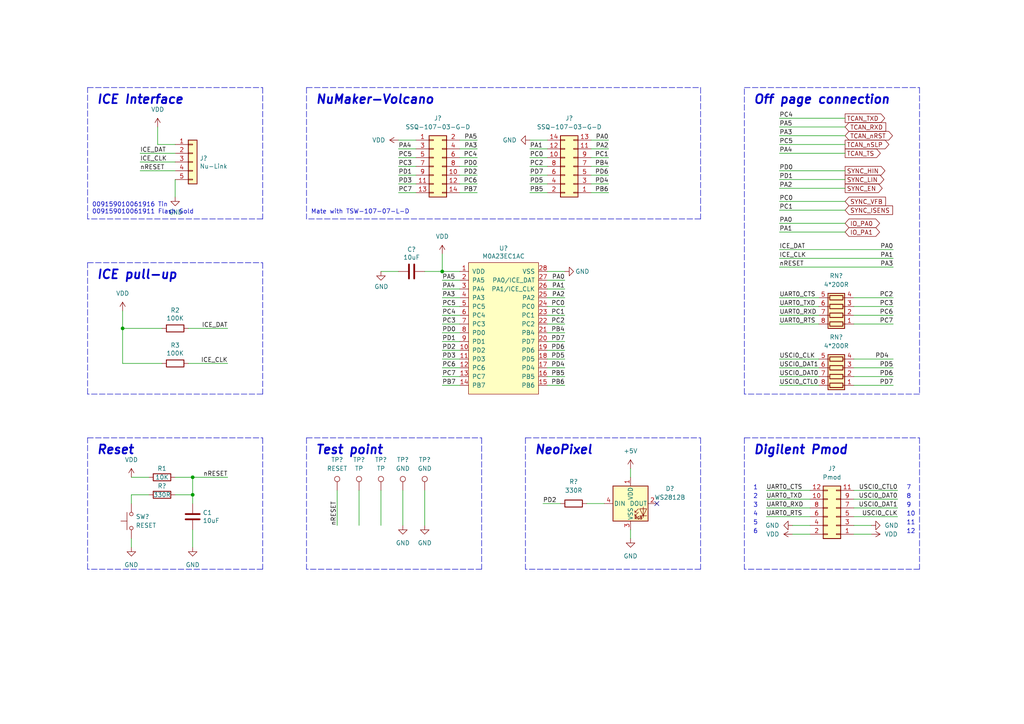
<source format=kicad_sch>
(kicad_sch (version 20211123) (generator eeschema)
  (paper "A4")
  (title_block (title "Evaluation board of ledCAN") (date "2022-09-07") (rev "0.0") (company "City Science Lab @ Taipei Tech /a cooperation with the MIT Media Lab") (comment 1 "DANCHOUZHOU") (comment 2 "https://github.com/danchouzhou") (comment 3 "danchouzhou@gmail.com"))
  (lib_symbols
    (symbol "Connector:TestPoint" (pin_numbers hide) (pin_names (offset 0.762) hide)
      (property "Reference" "TP" (at 0 6.858 0))
      (property "Value" "TestPoint" (at 0 5.08 0))
      (symbol "TestPoint_0_1"
        (circle (center 0 3.302) (radius 0.762))
      )
      (symbol "TestPoint_1_1"
        (pin passive line (at 0 0 90) (length 2.54) (name "1") (number "1"))
      )
    )
    (symbol "Connector_Generic:Conn_01x05" (pin_names (offset 1.016) hide)
      (property "Reference" "J" (at 0 7.62 0))
      (property "Value" "Conn_01x05" (at 0 -7.62 0))
      (symbol "Conn_01x05_1_1"
        (rectangle (start -1.27 -4.953) (end 0 -5.207) (stroke (width 0.1524)))
        (rectangle (start -1.27 -2.413) (end 0 -2.667) (stroke (width 0.1524)))
        (rectangle (start -1.27 0.127) (end 0 -0.127) (stroke (width 0.1524)))
        (rectangle (start -1.27 2.667) (end 0 2.413) (stroke (width 0.1524)))
        (rectangle (start -1.27 5.207) (end 0 4.953) (stroke (width 0.1524)))
        (rectangle (start -1.27 6.35) (end 1.27 -6.35) (stroke (width 0.254)) (fill (type background)))
        (pin passive line (at -5.08 5.08 0) (length 3.81) (name "Pin_1") (number "1"))
        (pin passive line (at -5.08 2.54 0) (length 3.81) (name "Pin_2") (number "2"))
        (pin passive line (at -5.08 0 0) (length 3.81) (name "Pin_3") (number "3"))
        (pin passive line (at -5.08 -2.54 0) (length 3.81) (name "Pin_4") (number "4"))
        (pin passive line (at -5.08 -5.08 0) (length 3.81) (name "Pin_5") (number "5"))
      )
    )
    (symbol "Connector_Generic:Conn_02x06_Odd_Even" (pin_names (offset 1.016) hide)
      (property "Reference" "J" (at 1.27 7.62 0))
      (property "Value" "Conn_02x06_Odd_Even" (at 1.27 -10.16 0))
      (symbol "Conn_02x06_Odd_Even_1_1"
        (rectangle (start -1.27 -7.493) (end 0 -7.747) (stroke (width 0.1524)))
        (rectangle (start -1.27 -4.953) (end 0 -5.207) (stroke (width 0.1524)))
        (rectangle (start -1.27 -2.413) (end 0 -2.667) (stroke (width 0.1524)))
        (rectangle (start -1.27 0.127) (end 0 -0.127) (stroke (width 0.1524)))
        (rectangle (start -1.27 2.667) (end 0 2.413) (stroke (width 0.1524)))
        (rectangle (start -1.27 5.207) (end 0 4.953) (stroke (width 0.1524)))
        (rectangle (start -1.27 6.35) (end 3.81 -8.89) (stroke (width 0.254)) (fill (type background)))
        (rectangle (start 3.81 -7.493) (end 2.54 -7.747) (stroke (width 0.1524)))
        (rectangle (start 3.81 -4.953) (end 2.54 -5.207) (stroke (width 0.1524)))
        (rectangle (start 3.81 -2.413) (end 2.54 -2.667) (stroke (width 0.1524)))
        (rectangle (start 3.81 0.127) (end 2.54 -0.127) (stroke (width 0.1524)))
        (rectangle (start 3.81 2.667) (end 2.54 2.413) (stroke (width 0.1524)))
        (rectangle (start 3.81 5.207) (end 2.54 4.953) (stroke (width 0.1524)))
        (pin passive line (at -5.08 5.08 0) (length 3.81) (name "Pin_1") (number "1"))
        (pin passive line (at 7.62 -5.08 180) (length 3.81) (name "Pin_10") (number "10"))
        (pin passive line (at -5.08 -7.62 0) (length 3.81) (name "Pin_11") (number "11"))
        (pin passive line (at 7.62 -7.62 180) (length 3.81) (name "Pin_12") (number "12"))
        (pin passive line (at 7.62 5.08 180) (length 3.81) (name "Pin_2") (number "2"))
        (pin passive line (at -5.08 2.54 0) (length 3.81) (name "Pin_3") (number "3"))
        (pin passive line (at 7.62 2.54 180) (length 3.81) (name "Pin_4") (number "4"))
        (pin passive line (at -5.08 0 0) (length 3.81) (name "Pin_5") (number "5"))
        (pin passive line (at 7.62 0 180) (length 3.81) (name "Pin_6") (number "6"))
        (pin passive line (at -5.08 -2.54 0) (length 3.81) (name "Pin_7") (number "7"))
        (pin passive line (at 7.62 -2.54 180) (length 3.81) (name "Pin_8") (number "8"))
        (pin passive line (at -5.08 -5.08 0) (length 3.81) (name "Pin_9") (number "9"))
      )
    )
    (symbol "Connector_Generic:Conn_02x07_Odd_Even" (pin_names (offset 1.016) hide)
      (property "Reference" "J" (at 1.27 10.16 0))
      (property "Value" "Conn_02x07_Odd_Even" (at 1.27 -10.16 0))
      (symbol "Conn_02x07_Odd_Even_1_1"
        (rectangle (start -1.27 -7.493) (end 0 -7.747) (stroke (width 0.1524)))
        (rectangle (start -1.27 -4.953) (end 0 -5.207) (stroke (width 0.1524)))
        (rectangle (start -1.27 -2.413) (end 0 -2.667) (stroke (width 0.1524)))
        (rectangle (start -1.27 0.127) (end 0 -0.127) (stroke (width 0.1524)))
        (rectangle (start -1.27 2.667) (end 0 2.413) (stroke (width 0.1524)))
        (rectangle (start -1.27 5.207) (end 0 4.953) (stroke (width 0.1524)))
        (rectangle (start -1.27 7.747) (end 0 7.493) (stroke (width 0.1524)))
        (rectangle (start -1.27 8.89) (end 3.81 -8.89) (stroke (width 0.254)) (fill (type background)))
        (rectangle (start 3.81 -7.493) (end 2.54 -7.747) (stroke (width 0.1524)))
        (rectangle (start 3.81 -4.953) (end 2.54 -5.207) (stroke (width 0.1524)))
        (rectangle (start 3.81 -2.413) (end 2.54 -2.667) (stroke (width 0.1524)))
        (rectangle (start 3.81 0.127) (end 2.54 -0.127) (stroke (width 0.1524)))
        (rectangle (start 3.81 2.667) (end 2.54 2.413) (stroke (width 0.1524)))
        (rectangle (start 3.81 5.207) (end 2.54 4.953) (stroke (width 0.1524)))
        (rectangle (start 3.81 7.747) (end 2.54 7.493) (stroke (width 0.1524)))
        (pin passive line (at -5.08 7.62 0) (length 3.81) (name "Pin_1") (number "1"))
        (pin passive line (at 7.62 -2.54 180) (length 3.81) (name "Pin_10") (number "10"))
        (pin passive line (at -5.08 -5.08 0) (length 3.81) (name "Pin_11") (number "11"))
        (pin passive line (at 7.62 -5.08 180) (length 3.81) (name "Pin_12") (number "12"))
        (pin passive line (at -5.08 -7.62 0) (length 3.81) (name "Pin_13") (number "13"))
        (pin passive line (at 7.62 -7.62 180) (length 3.81) (name "Pin_14") (number "14"))
        (pin passive line (at 7.62 7.62 180) (length 3.81) (name "Pin_2") (number "2"))
        (pin passive line (at -5.08 5.08 0) (length 3.81) (name "Pin_3") (number "3"))
        (pin passive line (at 7.62 5.08 180) (length 3.81) (name "Pin_4") (number "4"))
        (pin passive line (at -5.08 2.54 0) (length 3.81) (name "Pin_5") (number "5"))
        (pin passive line (at 7.62 2.54 180) (length 3.81) (name "Pin_6") (number "6"))
        (pin passive line (at -5.08 0 0) (length 3.81) (name "Pin_7") (number "7"))
        (pin passive line (at 7.62 0 180) (length 3.81) (name "Pin_8") (number "8"))
        (pin passive line (at -5.08 -2.54 0) (length 3.81) (name "Pin_9") (number "9"))
      )
    )
    (symbol "Device:C" (pin_numbers hide) (pin_names (offset 0.254))
      (property "Reference" "C" (at 0.635 2.54 0))
      (property "Value" "C" (at 0.635 -2.54 0))
      (symbol "C_0_1"
        (polyline (pts (xy -2.032 -0.762) (xy 2.032 -0.762)) (stroke (width 0.508)))
        (polyline (pts (xy -2.032 0.762) (xy 2.032 0.762)) (stroke (width 0.508)))
      )
      (symbol "C_1_1"
        (pin passive line (at 0 3.81 270) (length 2.794) (name "~") (number "1"))
        (pin passive line (at 0 -3.81 90) (length 2.794) (name "~") (number "2"))
      )
    )
    (symbol "Device:R" (pin_numbers hide) (pin_names (offset 0))
      (property "Reference" "R" (at 2.032 0 90))
      (property "Value" "R" (at 0 0 90))
      (symbol "R_0_1"
        (rectangle (start -1.016 -2.54) (end 1.016 2.54) (stroke (width 0.254)))
      )
      (symbol "R_1_1"
        (pin passive line (at 0 3.81 270) (length 1.27) (name "~") (number "1"))
        (pin passive line (at 0 -3.81 90) (length 1.27) (name "~") (number "2"))
      )
    )
    (symbol "Device:R_Pack04" (pin_names (offset 0) hide)
      (property "Reference" "RN" (at -7.62 0 90))
      (property "Value" "R_Pack04" (at 5.08 0 90))
      (symbol "R_Pack04_0_1"
        (rectangle (start -6.35 -2.413) (end 3.81 2.413) (stroke (width 0.254)) (fill (type background)))
        (rectangle (start -5.715 1.905) (end -4.445 -1.905) (stroke (width 0.254)))
        (rectangle (start -3.175 1.905) (end -1.905 -1.905) (stroke (width 0.254)))
        (rectangle (start -0.635 1.905) (end 0.635 -1.905) (stroke (width 0.254)))
        (polyline (pts (xy -5.08 -2.54) (xy -5.08 -1.905)))
        (polyline (pts (xy -5.08 1.905) (xy -5.08 2.54)))
        (polyline (pts (xy -2.54 -2.54) (xy -2.54 -1.905)))
        (polyline (pts (xy -2.54 1.905) (xy -2.54 2.54)))
        (polyline (pts (xy 0 -2.54) (xy 0 -1.905)))
        (polyline (pts (xy 0 1.905) (xy 0 2.54)))
        (polyline (pts (xy 2.54 -2.54) (xy 2.54 -1.905)))
        (polyline (pts (xy 2.54 1.905) (xy 2.54 2.54)))
        (rectangle (start 1.905 1.905) (end 3.175 -1.905) (stroke (width 0.254)))
      )
      (symbol "R_Pack04_1_1"
        (pin passive line (at -5.08 -5.08 90) (length 2.54) (name "R1.1") (number "1"))
        (pin passive line (at -2.54 -5.08 90) (length 2.54) (name "R2.1") (number "2"))
        (pin passive line (at 0 -5.08 90) (length 2.54) (name "R3.1") (number "3"))
        (pin passive line (at 2.54 -5.08 90) (length 2.54) (name "R4.1") (number "4"))
        (pin passive line (at 2.54 5.08 270) (length 2.54) (name "R4.2") (number "5"))
        (pin passive line (at 0 5.08 270) (length 2.54) (name "R3.2") (number "6"))
        (pin passive line (at -2.54 5.08 270) (length 2.54) (name "R2.2") (number "7"))
        (pin passive line (at -5.08 5.08 270) (length 2.54) (name "R1.2") (number "8"))
      )
    )
    (symbol "LED:WS2812B" (pin_names (offset 0.254))
      (property "Reference" "D" (at 5.08 5.715 0))
      (property "Value" "WS2812B" (at 1.27 -5.715 0))
      (symbol "WS2812B_0_0"
        (text "RGB" (at 2.286 -4.191 0) (effects (font (size 0.762 0.762))))
      )
      (symbol "WS2812B_0_1"
        (polyline (pts (xy 1.27 -3.556) (xy 1.778 -3.556)))
        (polyline (pts (xy 1.27 -2.54) (xy 1.778 -2.54)))
        (polyline (pts (xy 4.699 -3.556) (xy 2.667 -3.556)))
        (polyline (pts (xy 2.286 -2.54) (xy 1.27 -3.556) (xy 1.27 -3.048)))
        (polyline (pts (xy 2.286 -1.524) (xy 1.27 -2.54) (xy 1.27 -2.032)))
        (polyline (pts (xy 3.683 -1.016) (xy 3.683 -3.556) (xy 3.683 -4.064)))
        (polyline (pts (xy 4.699 -1.524) (xy 2.667 -1.524) (xy 3.683 -3.556) (xy 4.699 -1.524)))
        (rectangle (start 5.08 5.08) (end -5.08 -5.08) (stroke (width 0.254)) (fill (type background)))
      )
      (symbol "WS2812B_1_1"
        (pin power_in line (at 0 7.62 270) (length 2.54) (name "VDD") (number "1"))
        (pin output line (at 7.62 0 180) (length 2.54) (name "DOUT") (number "2"))
        (pin power_in line (at 0 -7.62 90) (length 2.54) (name "VSS") (number "3"))
        (pin input line (at -7.62 0 0) (length 2.54) (name "DIN") (number "4"))
      )
    )
    (symbol "M0A21:M0A23EC1AC" (pin_names (offset 1.016))
      (property "Reference" "U" (at 0 22.86 0))
      (property "Value" "M0A23EC1AC" (at 0 20.32 0))
      (symbol "M0A23EC1AC_0_1"
        (rectangle (start -10.16 19.05) (end 10.16 -19.05) (fill (type background)))
      )
      (symbol "M0A23EC1AC_1_1"
        (pin power_in line (at -12.7 16.51 0) (length 2.54) (name "VDD") (number "1"))
        (pin bidirectional line (at -12.7 -6.35 0) (length 2.54) (name "PD2") (number "10"))
        (pin bidirectional line (at -12.7 -8.89 0) (length 2.54) (name "PD3") (number "11"))
        (pin bidirectional line (at -12.7 -11.43 0) (length 2.54) (name "PC6") (number "12"))
        (pin bidirectional line (at -12.7 -13.97 0) (length 2.54) (name "PC7") (number "13"))
        (pin bidirectional line (at -12.7 -16.51 0) (length 2.54) (name "PB7") (number "14"))
        (pin bidirectional line (at 12.7 -16.51 180) (length 2.54) (name "PB6") (number "15"))
        (pin bidirectional line (at 12.7 -13.97 180) (length 2.54) (name "PB5") (number "16"))
        (pin bidirectional line (at 12.7 -11.43 180) (length 2.54) (name "PD4") (number "17"))
        (pin bidirectional line (at 12.7 -8.89 180) (length 2.54) (name "PD5") (number "18"))
        (pin bidirectional line (at 12.7 -6.35 180) (length 2.54) (name "PD6") (number "19"))
        (pin bidirectional line (at -12.7 13.97 0) (length 2.54) (name "PA5") (number "2"))
        (pin bidirectional line (at 12.7 -3.81 180) (length 2.54) (name "PD7") (number "20"))
        (pin bidirectional line (at 12.7 -1.27 180) (length 2.54) (name "PB4") (number "21"))
        (pin bidirectional line (at 12.7 1.27 180) (length 2.54) (name "PC2") (number "22"))
        (pin bidirectional line (at 12.7 3.81 180) (length 2.54) (name "PC1") (number "23"))
        (pin bidirectional line (at 12.7 6.35 180) (length 2.54) (name "PC0") (number "24"))
        (pin bidirectional line (at 12.7 8.89 180) (length 2.54) (name "PA2") (number "25"))
        (pin bidirectional line (at 12.7 11.43 180) (length 2.54) (name "PA1/ICE_CLK") (number "26"))
        (pin bidirectional line (at 12.7 13.97 180) (length 2.54) (name "PA0/ICE_DAT") (number "27"))
        (pin power_in line (at 12.7 16.51 180) (length 2.54) (name "VSS") (number "28"))
        (pin bidirectional line (at -12.7 11.43 0) (length 2.54) (name "PA4") (number "3"))
        (pin bidirectional line (at -12.7 8.89 0) (length 2.54) (name "PA3") (number "4"))
        (pin bidirectional line (at -12.7 6.35 0) (length 2.54) (name "PC5") (number "5"))
        (pin bidirectional line (at -12.7 3.81 0) (length 2.54) (name "PC4") (number "6"))
        (pin bidirectional line (at -12.7 1.27 0) (length 2.54) (name "PC3") (number "7"))
        (pin bidirectional line (at -12.7 -1.27 0) (length 2.54) (name "PD0") (number "8"))
        (pin bidirectional line (at -12.7 -3.81 0) (length 2.54) (name "PD1") (number "9"))
      )
    )
    (symbol "Switch:SW_Push" (pin_numbers hide) (pin_names (offset 1.016) hide)
      (property "Reference" "SW" (at 1.27 2.54 0))
      (property "Value" "SW_Push" (at 0 -1.524 0))
      (symbol "SW_Push_0_1"
        (circle (center -2.032 0) (radius 0.508))
        (polyline (pts (xy 0 1.27) (xy 0 3.048)))
        (polyline (pts (xy 2.54 1.27) (xy -2.54 1.27)))
        (circle (center 2.032 0) (radius 0.508))
        (pin passive line (at -5.08 0 0) (length 2.54) (name "1") (number "1"))
        (pin passive line (at 5.08 0 180) (length 2.54) (name "2") (number "2"))
      )
    )
    (symbol "power:+5V" (power) (pin_names (offset 0))
      (property "Value" "+5V" (at 0 3.556 0))
      (symbol "+5V_0_1"
        (polyline (pts (xy -0.762 1.27) (xy 0 2.54)))
        (polyline (pts (xy 0 0) (xy 0 2.54)))
        (polyline (pts (xy 0 2.54) (xy 0.762 1.27)))
      )
      (symbol "+5V_1_1"
        (pin power_in line (at 0 0 90) (length 0) hide (name "+5V") (number "1"))
      )
    )
    (symbol "power:GND" (power) (pin_names (offset 0))
      (property "Value" "GND" (at 0 -3.81 0))
      (symbol "GND_0_1"
        (polyline (pts (xy 0 0) (xy 0 -1.27) (xy 1.27 -1.27) (xy 0 -2.54) (xy -1.27 -1.27) (xy 0 -1.27)))
      )
      (symbol "GND_1_1"
        (pin power_in line (at 0 0 270) (length 0) hide (name "GND") (number "1"))
      )
    )
    (symbol "power:VDD" (power) (pin_names (offset 0))
      (property "Value" "VDD" (at 0 3.81 0))
      (symbol "VDD_0_1"
        (polyline (pts (xy -0.762 1.27) (xy 0 2.54)))
        (polyline (pts (xy 0 0) (xy 0 2.54)))
        (polyline (pts (xy 0 2.54) (xy 0.762 1.27)))
      )
      (symbol "VDD_1_1"
        (pin power_in line (at 0 0 90) (length 0) hide (name "VDD") (number "1"))
      )
    )
  )
  (junction (at 35.56 95.25))
  (junction (at 128.27 78.74))
  (junction (at 55.88 138.43))
  (junction (at 55.88 143.51))
  (no_connect (at 190.5 146.05))
  (wire (pts (xy 222.25 147.32) (xy 234.95 147.32)))
  (wire (pts (xy 176.53 48.26) (xy 171.45 48.26)))
  (wire (pts (xy 226.06 111.76) (xy 237.49 111.76)))
  (polyline (pts (xy 88.9 127) (xy 139.7 127)))
  (wire (pts (xy 163.83 109.22) (xy 158.75 109.22)))
  (wire (pts (xy 247.65 86.36) (xy 259.08 86.36)))
  (wire (pts (xy 35.56 105.41) (xy 46.99 105.41)))
  (wire (pts (xy 128.27 99.06) (xy 133.35 99.06)))
  (wire (pts (xy 110.49 142.24) (xy 110.49 152.4)))
  (wire (pts (xy 222.25 144.78) (xy 234.95 144.78)))
  (wire (pts (xy 123.19 142.24) (xy 123.19 152.4)))
  (wire (pts (xy 163.83 99.06) (xy 158.75 99.06)))
  (polyline (pts (xy 76.2 114.3) (xy 25.4 114.3)))
  (wire (pts (xy 226.06 93.98) (xy 237.49 93.98)))
  (wire (pts (xy 138.43 45.72) (xy 133.35 45.72)))
  (wire (pts (xy 226.06 52.07) (xy 245.11 52.07)))
  (wire (pts (xy 115.57 50.8) (xy 120.65 50.8)))
  (polyline (pts (xy 203.2 63.5) (xy 88.9 63.5)))
  (wire (pts (xy 247.65 93.98) (xy 259.08 93.98)))
  (wire (pts (xy 163.83 86.36) (xy 158.75 86.36)))
  (polyline (pts (xy 215.9 127) (xy 215.9 165.1)))
  (wire (pts (xy 115.57 43.18) (xy 120.65 43.18)))
  (wire (pts (xy 128.27 78.74) (xy 128.27 73.66)))
  (wire (pts (xy 163.83 91.44) (xy 158.75 91.44)))
  (wire (pts (xy 226.06 67.31) (xy 245.11 67.31)))
  (wire (pts (xy 247.65 104.14) (xy 259.08 104.14)))
  (wire (pts (xy 138.43 40.64) (xy 133.35 40.64)))
  (wire (pts (xy 153.67 50.8) (xy 158.75 50.8)))
  (polyline (pts (xy 266.7 127) (xy 266.7 165.1)))
  (polyline (pts (xy 76.2 76.2) (xy 76.2 114.3)))
  (wire (pts (xy 128.27 83.82) (xy 133.35 83.82)))
  (wire (pts (xy 115.57 53.34) (xy 120.65 53.34)))
  (polyline (pts (xy 25.4 127) (xy 76.2 127)))
  (polyline (pts (xy 266.7 25.4) (xy 266.7 114.3)))
  (wire (pts (xy 153.67 48.26) (xy 158.75 48.26)))
  (wire (pts (xy 138.43 55.88) (xy 133.35 55.88)))
  (wire (pts (xy 38.1 138.43) (xy 43.18 138.43)))
  (wire (pts (xy 176.53 55.88) (xy 171.45 55.88)))
  (wire (pts (xy 226.06 49.53) (xy 245.11 49.53)))
  (wire (pts (xy 163.83 106.68) (xy 158.75 106.68)))
  (wire (pts (xy 247.65 144.78) (xy 260.35 144.78)))
  (polyline (pts (xy 215.9 25.4) (xy 266.7 25.4)))
  (wire (pts (xy 247.65 149.86) (xy 260.35 149.86)))
  (wire (pts (xy 50.8 41.91) (xy 45.72 41.91)))
  (wire (pts (xy 247.65 154.94) (xy 252.73 154.94)))
  (polyline (pts (xy 25.4 114.3) (xy 25.4 76.2)))
  (wire (pts (xy 55.88 143.51) (xy 55.88 138.43)))
  (polyline (pts (xy 139.7 165.1) (xy 88.9 165.1)))
  (wire (pts (xy 138.43 50.8) (xy 133.35 50.8)))
  (wire (pts (xy 66.04 105.41) (xy 54.61 105.41)))
  (wire (pts (xy 153.67 55.88) (xy 158.75 55.88)))
  (wire (pts (xy 138.43 53.34) (xy 133.35 53.34)))
  (wire (pts (xy 157.48 146.05) (xy 162.56 146.05)))
  (wire (pts (xy 247.65 109.22) (xy 259.08 109.22)))
  (wire (pts (xy 40.64 49.53) (xy 50.8 49.53)))
  (wire (pts (xy 222.25 142.24) (xy 234.95 142.24)))
  (wire (pts (xy 226.06 41.91) (xy 245.11 41.91)))
  (polyline (pts (xy 25.4 63.5) (xy 25.4 25.4)))
  (polyline (pts (xy 76.2 127) (xy 76.2 165.1)))
  (polyline (pts (xy 152.4 127) (xy 152.4 165.1)))
  (wire (pts (xy 153.67 45.72) (xy 158.75 45.72)))
  (wire (pts (xy 128.27 109.22) (xy 133.35 109.22)))
  (wire (pts (xy 229.87 154.94) (xy 234.95 154.94)))
  (polyline (pts (xy 215.9 114.3) (xy 215.9 25.4)))
  (wire (pts (xy 176.53 45.72) (xy 171.45 45.72)))
  (wire (pts (xy 128.27 93.98) (xy 133.35 93.98)))
  (wire (pts (xy 128.27 91.44) (xy 133.35 91.44)))
  (wire (pts (xy 104.14 142.24) (xy 104.14 152.4)))
  (wire (pts (xy 182.88 135.89) (xy 182.88 138.43)))
  (wire (pts (xy 115.57 55.88) (xy 120.65 55.88)))
  (wire (pts (xy 120.65 40.64) (xy 115.57 40.64)))
  (wire (pts (xy 163.83 111.76) (xy 158.75 111.76)))
  (wire (pts (xy 226.06 54.61) (xy 245.11 54.61)))
  (wire (pts (xy 226.06 86.36) (xy 237.49 86.36)))
  (polyline (pts (xy 25.4 165.1) (xy 25.4 127)))
  (wire (pts (xy 45.72 41.91) (xy 45.72 36.83)))
  (wire (pts (xy 247.65 88.9) (xy 259.08 88.9)))
  (polyline (pts (xy 25.4 76.2) (xy 76.2 76.2)))
  (wire (pts (xy 128.27 81.28) (xy 133.35 81.28)))
  (wire (pts (xy 138.43 48.26) (xy 133.35 48.26)))
  (polyline (pts (xy 203.2 25.4) (xy 203.2 63.5)))
  (wire (pts (xy 38.1 143.51) (xy 38.1 146.05)))
  (polyline (pts (xy 76.2 25.4) (xy 76.2 63.5)))
  (polyline (pts (xy 76.2 63.5) (xy 25.4 63.5)))
  (wire (pts (xy 226.06 106.68) (xy 237.49 106.68)))
  (polyline (pts (xy 76.2 165.1) (xy 25.4 165.1)))
  (wire (pts (xy 128.27 106.68) (xy 133.35 106.68)))
  (wire (pts (xy 163.83 78.74) (xy 158.75 78.74)))
  (wire (pts (xy 176.53 40.64) (xy 171.45 40.64)))
  (wire (pts (xy 226.06 91.44) (xy 237.49 91.44)))
  (wire (pts (xy 226.06 39.37) (xy 245.11 39.37)))
  (wire (pts (xy 128.27 111.76) (xy 133.35 111.76)))
  (wire (pts (xy 128.27 88.9) (xy 133.35 88.9)))
  (wire (pts (xy 226.06 74.93) (xy 259.08 74.93)))
  (wire (pts (xy 229.87 152.4) (xy 234.95 152.4)))
  (wire (pts (xy 55.88 138.43) (xy 66.04 138.43)))
  (wire (pts (xy 226.06 72.39) (xy 259.08 72.39)))
  (wire (pts (xy 128.27 86.36) (xy 133.35 86.36)))
  (wire (pts (xy 247.65 106.68) (xy 259.08 106.68)))
  (wire (pts (xy 128.27 101.6) (xy 133.35 101.6)))
  (polyline (pts (xy 88.9 25.4) (xy 88.9 63.5)))
  (wire (pts (xy 226.06 88.9) (xy 237.49 88.9)))
  (wire (pts (xy 226.06 58.42) (xy 245.11 58.42)))
  (wire (pts (xy 123.19 78.74) (xy 128.27 78.74)))
  (wire (pts (xy 128.27 96.52) (xy 133.35 96.52)))
  (wire (pts (xy 128.27 104.14) (xy 133.35 104.14)))
  (wire (pts (xy 163.83 104.14) (xy 158.75 104.14)))
  (polyline (pts (xy 139.7 127) (xy 139.7 165.1)))
  (wire (pts (xy 163.83 88.9) (xy 158.75 88.9)))
  (wire (pts (xy 247.65 147.32) (xy 260.35 147.32)))
  (wire (pts (xy 128.27 78.74) (xy 133.35 78.74)))
  (wire (pts (xy 176.53 43.18) (xy 171.45 43.18)))
  (wire (pts (xy 226.06 77.47) (xy 259.08 77.47)))
  (wire (pts (xy 115.57 48.26) (xy 120.65 48.26)))
  (wire (pts (xy 55.88 158.75) (xy 55.88 153.67)))
  (polyline (pts (xy 203.2 127) (xy 203.2 165.1)))
  (polyline (pts (xy 152.4 127) (xy 203.2 127)))
  (wire (pts (xy 50.8 138.43) (xy 55.88 138.43)))
  (wire (pts (xy 222.25 149.86) (xy 234.95 149.86)))
  (polyline (pts (xy 25.4 25.4) (xy 76.2 25.4)))
  (wire (pts (xy 163.83 81.28) (xy 158.75 81.28)))
  (polyline (pts (xy 215.9 127) (xy 266.7 127)))
  (wire (pts (xy 153.67 43.18) (xy 158.75 43.18)))
  (wire (pts (xy 226.06 44.45) (xy 245.11 44.45)))
  (wire (pts (xy 163.83 101.6) (xy 158.75 101.6)))
  (wire (pts (xy 226.06 109.22) (xy 237.49 109.22)))
  (wire (pts (xy 43.18 143.51) (xy 38.1 143.51)))
  (wire (pts (xy 40.64 46.99) (xy 50.8 46.99)))
  (wire (pts (xy 110.49 78.74) (xy 115.57 78.74)))
  (wire (pts (xy 176.53 50.8) (xy 171.45 50.8)))
  (wire (pts (xy 116.84 142.24) (xy 116.84 152.4)))
  (wire (pts (xy 182.88 153.67) (xy 182.88 156.21)))
  (wire (pts (xy 35.56 95.25) (xy 35.56 105.41)))
  (wire (pts (xy 176.53 53.34) (xy 171.45 53.34)))
  (wire (pts (xy 50.8 52.07) (xy 50.8 57.15)))
  (polyline (pts (xy 266.7 114.3) (xy 215.9 114.3)))
  (wire (pts (xy 163.83 96.52) (xy 158.75 96.52)))
  (wire (pts (xy 170.18 146.05) (xy 175.26 146.05)))
  (wire (pts (xy 138.43 43.18) (xy 133.35 43.18)))
  (wire (pts (xy 247.65 152.4) (xy 252.73 152.4)))
  (wire (pts (xy 153.67 53.34) (xy 158.75 53.34)))
  (wire (pts (xy 50.8 44.45) (xy 40.64 44.45)))
  (polyline (pts (xy 266.7 165.1) (xy 215.9 165.1)))
  (wire (pts (xy 247.65 142.24) (xy 260.35 142.24)))
  (wire (pts (xy 226.06 36.83) (xy 245.11 36.83)))
  (wire (pts (xy 35.56 95.25) (xy 46.99 95.25)))
  (wire (pts (xy 226.06 34.29) (xy 245.11 34.29)))
  (wire (pts (xy 66.04 95.25) (xy 54.61 95.25)))
  (wire (pts (xy 35.56 90.17) (xy 35.56 95.25)))
  (wire (pts (xy 50.8 143.51) (xy 55.88 143.51)))
  (wire (pts (xy 163.83 83.82) (xy 158.75 83.82)))
  (wire (pts (xy 226.06 64.77) (xy 245.11 64.77)))
  (polyline (pts (xy 88.9 127) (xy 88.9 165.1)))
  (wire (pts (xy 247.65 111.76) (xy 259.08 111.76)))
  (wire (pts (xy 115.57 45.72) (xy 120.65 45.72)))
  (wire (pts (xy 163.83 93.98) (xy 158.75 93.98)))
  (wire (pts (xy 55.88 143.51) (xy 55.88 146.05)))
  (wire (pts (xy 226.06 60.96) (xy 245.11 60.96)))
  (wire (pts (xy 226.06 104.14) (xy 237.49 104.14)))
  (wire (pts (xy 247.65 91.44) (xy 259.08 91.44)))
  (wire (pts (xy 158.75 40.64) (xy 153.67 40.64)))
  (polyline (pts (xy 88.9 25.4) (xy 203.2 25.4)))
  (polyline (pts (xy 203.2 165.1) (xy 152.4 165.1)))
  (wire (pts (xy 97.79 142.24) (xy 97.79 152.4)))
  (wire (pts (xy 38.1 156.21) (xy 38.1 158.75)))
  (text "ICE Interface" (at 27.94 30.48 0) (effects (font (size 2.54 2.54) (thickness 0.508) bold italic) (justify left bottom)))
  (text "5" (at 218.44 152.4 0) (effects (font (size 1.27 1.27)) (justify left bottom)))
  (text "7" (at 262.89 142.24 0) (effects (font (size 1.27 1.27)) (justify left bottom)))
  (text "2" (at 218.44 144.78 0) (effects (font (size 1.27 1.27)) (justify left bottom)))
  (text "NeoPixel" (at 154.94 132.08 0) (effects (font (size 2.54 2.54) (thickness 0.508) bold italic) (justify left bottom)))
  (text "Test point" (at 91.44 132.08 0) (effects (font (size 2.54 2.54) (thickness 0.508) bold italic) (justify left bottom)))
  (text "9" (at 262.89 147.32 0) (effects (font (size 1.27 1.27)) (justify left bottom)))
  (text "Mate with TSW-107-07-L-D" (at 90.17 62.23 0) (effects (font (size 1.27 1.27)) (justify left bottom)))
  (text "Off page connection" (at 218.44 30.48 0) (effects (font (size 2.54 2.54) (thickness 0.508) bold italic) (justify left bottom)))
  (text "Digilent Pmod" (at 218.44 132.08 0) (effects (font (size 2.54 2.54) (thickness 0.508) bold italic) (justify left bottom)))
  (text "3" (at 218.44 147.32 0) (effects (font (size 1.27 1.27)) (justify left bottom)))
  (text "8" (at 262.89 144.78 0) (effects (font (size 1.27 1.27)) (justify left bottom)))
  (text "009159010061916 Tin\n009159010061911 Flash Gold" (at 26.67 62.23 0) (effects (font (size 1.27 1.27)) (justify left bottom)))
  (text "12" (at 262.89 154.94 0) (effects (font (size 1.27 1.27)) (justify left bottom)))
  (text "11" (at 262.89 152.4 0) (effects (font (size 1.27 1.27)) (justify left bottom)))
  (text "1" (at 218.44 142.24 0) (effects (font (size 1.27 1.27)) (justify left bottom)))
  (text "4" (at 218.44 149.86 0) (effects (font (size 1.27 1.27)) (justify left bottom)))
  (text "10" (at 262.89 149.86 0) (effects (font (size 1.27 1.27)) (justify left bottom)))
  (text "6" (at 218.44 154.94 0) (effects (font (size 1.27 1.27)) (justify left bottom)))
  (text "NuMaker-Volcano" (at 91.44 30.48 0) (effects (font (size 2.54 2.54) (thickness 0.508) bold italic) (justify left bottom)))
  (text "ICE pull-up" (at 27.94 81.28 0) (effects (font (size 2.54 2.54) (thickness 0.508) bold italic) (justify left bottom)))
  (text "Reset" (at 27.94 132.08 0) (effects (font (size 2.54 2.54) (thickness 0.508) bold italic) (justify left bottom)))
  (label "PC1" (at 163.83 91.44 180))
  (label "PA2" (at 176.53 43.18 180))
  (label "USCI0_CLK" (at 260.35 149.86 180))
  (label "UART0_RXD" (at 222.25 147.32 0))
  (label "PD5" (at 153.67 53.34 0))
  (label "PD5" (at 259.08 106.68 180))
  (label "PD7" (at 163.83 99.06 180))
  (label "PB4" (at 176.53 48.26 180))
  (label "USCI0_DAT0" (at 260.35 144.78 180))
  (label "PD4" (at 163.83 106.68 180))
  (label "PC1" (at 176.53 45.72 180))
  (label "PC2" (at 259.08 86.36 180))
  (label "PC5" (at 115.57 45.72 0))
  (label "PC7" (at 259.08 93.98 180))
  (label "PA1" (at 163.83 83.82 180))
  (label "ICE_DAT" (at 226.06 72.39 0))
  (label "PD4" (at 176.53 53.34 180))
  (label "PA0" (at 163.83 81.28 180))
  (label "PD5" (at 163.83 104.14 180))
  (label "PC3" (at 259.08 88.9 180))
  (label "PC5" (at 226.06 41.91 0))
  (label "ICE_CLK" (at 226.06 74.93 0))
  (label "PC4" (at 128.27 91.44 0))
  (label "PA0" (at 226.06 64.77 0))
  (label "PA1" (at 259.08 74.93 180))
  (label "PB6" (at 176.53 55.88 180))
  (label "PD7" (at 153.67 50.8 0))
  (label "USCI0_DAT1" (at 260.35 147.32 180))
  (label "PC0" (at 153.67 45.72 0))
  (label "PD0" (at 226.06 49.53 0))
  (label "PC2" (at 163.83 93.98 180))
  (label "PD1" (at 226.06 52.07 0))
  (label "PD3" (at 128.27 104.14 0))
  (label "PA0" (at 176.53 40.64 180))
  (label "nRESET" (at 226.06 77.47 0))
  (label "PA5" (at 128.27 81.28 0))
  (label "PD2" (at 157.48 146.05 0))
  (label "PA1" (at 153.67 43.18 0))
  (label "UART0_RTS" (at 226.06 93.98 0))
  (label "PC7" (at 128.27 109.22 0))
  (label "PA3" (at 138.43 43.18 180))
  (label "UART0_TXD" (at 226.06 88.9 0))
  (label "ICE_CLK" (at 40.64 46.99 0))
  (label "PA5" (at 138.43 40.64 180))
  (label "PD2" (at 128.27 101.6 0))
  (label "PB6" (at 163.83 111.76 180))
  (label "UART0_RTS" (at 222.25 149.86 0))
  (label "nRESET" (at 97.79 152.4 90))
  (label "PA3" (at 226.06 39.37 0))
  (label "PD3" (at 115.57 53.34 0))
  (label "PD4" (at 257.81 104.14 180))
  (label "PB5" (at 163.83 109.22 180))
  (label "PC3" (at 128.27 93.98 0))
  (label "PD7" (at 259.08 111.76 180))
  (label "PC6" (at 259.08 91.44 180))
  (label "USCI0_CTL0" (at 260.35 142.24 180))
  (label "PB5" (at 153.67 55.88 0))
  (label "PA1" (at 226.06 67.31 0))
  (label "PD0" (at 138.43 48.26 180))
  (label "USCI0_DAT1" (at 226.06 106.68 0))
  (label "PD6" (at 176.53 50.8 180))
  (label "ICE_DAT" (at 66.04 95.25 180))
  (label "PB7" (at 138.43 55.88 180))
  (label "PD2" (at 138.43 50.8 180))
  (label "PB4" (at 163.83 96.52 180))
  (label "PB7" (at 128.27 111.76 0))
  (label "PC4" (at 226.06 34.29 0))
  (label "PA3" (at 259.08 77.47 180))
  (label "PA4" (at 226.06 44.45 0))
  (label "USCI0_CLK" (at 226.06 104.14 0))
  (label "UART0_TXD" (at 222.25 144.78 0))
  (label "PC4" (at 138.43 45.72 180))
  (label "PC5" (at 128.27 88.9 0))
  (label "UART0_CTS" (at 222.25 142.24 0))
  (label "PA2" (at 226.06 54.61 0))
  (label "PC7" (at 115.57 55.88 0))
  (label "PC6" (at 138.43 53.34 180))
  (label "UART0_CTS" (at 226.06 86.36 0))
  (label "PD1" (at 128.27 99.06 0))
  (label "PA5" (at 226.06 36.83 0))
  (label "PA2" (at 163.83 86.36 180))
  (label "PC3" (at 115.57 48.26 0))
  (label "nRESET" (at 40.64 49.53 0))
  (label "PA4" (at 115.57 43.18 0))
  (label "PA3" (at 128.27 86.36 0))
  (label "PC2" (at 153.67 48.26 0))
  (label "USCI0_CTL0" (at 226.06 111.76 0))
  (label "USCI0_DAT0" (at 226.06 109.22 0))
  (label "PD6" (at 259.08 109.22 180))
  (label "PD6" (at 163.83 101.6 180))
  (label "PC0" (at 163.83 88.9 180))
  (label "PC6" (at 128.27 106.68 0))
  (label "PA0" (at 259.08 72.39 180))
  (label "PC1" (at 226.06 60.96 0))
  (label "PC0" (at 226.06 58.42 0))
  (label "PD0" (at 128.27 96.52 0))
  (label "nRESET" (at 66.04 138.43 180))
  (label "PD1" (at 115.57 50.8 0))
  (label "PA4" (at 128.27 83.82 0))
  (label "ICE_DAT" (at 40.64 44.45 0))
  (label "UART0_RXD" (at 226.06 91.44 0))
  (label "ICE_CLK" (at 66.04 105.41 180))
  (global_label "SYNC_ISENS" (shape input) (at 245.11 60.96 0) (property "Intersheet References" "${INTERSHEET_REFS}" (effects hide)))
  (global_label "IO_PA0" (shape bidirectional) (at 245.11 64.77 0) (property "Intersheet References" "${INTERSHEET_REFS}" (effects hide)))
  (global_label "TCAN_RXD" (shape input) (at 245.11 36.83 0) (property "Intersheet References" "${INTERSHEET_REFS}" (effects hide)))
  (global_label "IO_PA1" (shape bidirectional) (at 245.11 67.31 0) (property "Intersheet References" "${INTERSHEET_REFS}" (effects hide)))
  (global_label "TCAN_nSLP" (shape output) (at 245.11 41.91 0) (property "Intersheet References" "${INTERSHEET_REFS}" (effects hide)))
  (global_label "SYNC_LIN" (shape output) (at 245.11 52.07 0) (property "Intersheet References" "${INTERSHEET_REFS}" (effects hide)))
  (global_label "SYNC_HIN" (shape output) (at 245.11 49.53 0) (property "Intersheet References" "${INTERSHEET_REFS}" (effects hide)))
  (global_label "SYNC_VFB" (shape input) (at 245.11 58.42 0) (property "Intersheet References" "${INTERSHEET_REFS}" (effects hide)))
  (global_label "TCAN_nRST" (shape bidirectional) (at 245.11 39.37 0) (property "Intersheet References" "${INTERSHEET_REFS}" (effects hide)))
  (global_label "SYNC_EN" (shape output) (at 245.11 54.61 0) (property "Intersheet References" "${INTERSHEET_REFS}" (effects hide)))
  (global_label "TCAN_TS" (shape output) (at 245.11 44.45 0) (property "Intersheet References" "${INTERSHEET_REFS}" (effects hide)))
  (global_label "TCAN_TXD" (shape output) (at 245.11 34.29 0) (property "Intersheet References" "${INTERSHEET_REFS}" (effects hide)))
  (symbol (lib_id "Connector_Generic:Conn_02x07_Odd_Even") (at 125.73 48.26 0) (unit 1)
    (property "Reference" "J?" (at 127 34.29 0))
    (property "Value" "SSQ-107-03-G-D" (at 127 36.83 0))
    (property "Footprint" "Connector_PinSocket_2.54mm:PinSocket_2x07_P2.54mm_Vertical" (effects hide))
  )
  (symbol (lib_id "M0A21:M0A23EC1AC") (at 146.05 95.25 0) (unit 1)
    (property "Reference" "U?" (at 146.05 72.009 0))
    (property "Value" "M0A23EC1AC" (at 146.05 74.3204 0))
    (property "Footprint" "Package_SO:TSSOP-28_4.4x9.7mm_P0.65mm" (effects hide))
  )
  (symbol (lib_id "Device:C") (at 119.38 78.74 270) (unit 1)
    (property "Reference" "C?" (at 119.38 72.3392 90))
    (property "Value" "10uF" (at 119.38 74.6506 90))
    (property "Footprint" "Capacitor_SMD:C_0805_2012Metric" (effects hide))
  )
  (symbol (lib_id "power:GND") (at 110.49 78.74 0) (unit 1)
    (property "Reference" "#PWR?" (effects hide))
    (property "Value" "GND" (at 110.617 83.1342 0))
  )
  (symbol (lib_id "power:GND") (at 163.83 78.74 90) (unit 1)
    (property "Reference" "#PWR?" (effects hide))
    (property "Value" "GND" (at 168.91 78.74 90))
  )
  (symbol (lib_id "Connector_Generic:Conn_02x07_Odd_Even") (at 166.37 48.26 180) (unit 1)
    (property "Reference" "J?" (at 165.1 34.29 0))
    (property "Value" "SSQ-107-03-G-D" (at 165.1 36.83 0))
    (property "Footprint" "Connector_PinSocket_2.54mm:PinSocket_2x07_P2.54mm_Vertical" (effects hide))
  )
  (symbol (lib_id "Connector_Generic:Conn_01x05") (at 55.88 46.99 0) (unit 1)
    (property "Reference" "J?" (at 57.912 45.9232 0) (effects (justify left)))
    (property "Value" "Nu-Link" (at 57.912 48.2346 0) (effects (justify left)))
    (property "Footprint" "Connector_PinHeader_2.54mm:PinHeader_1x05_P2.54mm_Vertical" (effects hide))
  )
  (symbol (lib_id "power:GND") (at 50.8 57.15 0) (unit 1)
    (property "Reference" "#PWR?" (effects hide))
    (property "Value" "GND" (at 50.927 61.5442 0))
  )
  (symbol (lib_id "Device:R") (at 50.8 95.25 270) (unit 1)
    (property "Reference" "R2" (at 50.8 89.9922 90))
    (property "Value" "100K" (at 50.8 92.3036 90))
    (property "Footprint" "Resistor_SMD:R_0603_1608Metric" (effects hide))
  )
  (symbol (lib_id "Device:R") (at 50.8 105.41 270) (unit 1)
    (property "Reference" "R3" (at 50.8 100.1522 90))
    (property "Value" "100K" (at 50.8 102.4636 90))
    (property "Footprint" "Resistor_SMD:R_0603_1608Metric" (effects hide))
  )
  (symbol (lib_id "Device:R") (at 46.99 138.43 270) (unit 1)
    (property "Reference" "R1" (at 46.99 135.89 90))
    (property "Value" "10K" (at 46.99 138.43 90))
    (property "Footprint" "Resistor_SMD:R_0603_1608Metric" (effects hide))
  )
  (symbol (lib_id "Device:C") (at 55.88 149.86 0) (unit 1)
    (property "Reference" "C1" (at 58.801 148.6916 0) (effects (justify left)))
    (property "Value" "10uF" (at 58.801 151.003 0) (effects (justify left)))
    (property "Footprint" "Capacitor_SMD:C_0805_2012Metric" (effects hide))
  )
  (symbol (lib_id "Connector_Generic:Conn_02x06_Odd_Even") (at 242.57 149.86 180) (unit 1)
    (property "Reference" "J?" (at 241.3 135.89 0))
    (property "Value" "Pmod" (at 241.3 138.43 0))
    (property "Footprint" "Connector_PinSocket_2.54mm:PinSocket_2x06_P2.54mm_Horizontal" (effects hide))
  )
  (symbol (lib_id "power:GND") (at 123.19 152.4 0) (unit 1)
    (property "Reference" "#PWR?" (effects hide))
    (property "Value" "GND" (at 123.19 157.48 0))
  )
  (symbol (lib_id "Connector:TestPoint") (at 110.49 142.24 0) (unit 1)
    (property "Reference" "TP?" (at 110.49 133.35 0))
    (property "Value" "TP" (at 110.49 135.89 0))
  )
  (symbol (lib_id "Device:R") (at 166.37 146.05 90) (unit 1)
    (property "Reference" "R?" (at 166.37 139.7 90))
    (property "Value" "330R" (at 166.37 142.24 90))
  )
  (symbol (lib_id "power:VDD") (at 252.73 154.94 270) (unit 1)
    (property "Reference" "#PWR?" (effects hide))
    (property "Value" "VDD" (at 256.54 154.9399 90) (effects (justify left)))
  )
  (symbol (lib_id "Device:R_Pack04") (at 242.57 88.9 90) (unit 1)
    (property "Reference" "RN?" (at 242.57 80.01 90))
    (property "Value" "4*200R" (at 242.57 82.55 90))
    (property "Footprint" "Resistor_SMD:R_Array_Convex_4x0603" (effects hide))
  )
  (symbol (lib_id "Connector:TestPoint") (at 104.14 142.24 0) (unit 1)
    (property "Reference" "TP?" (at 104.14 133.35 0))
    (property "Value" "TP" (at 104.14 135.89 0))
  )
  (symbol (lib_id "power:GND") (at 116.84 152.4 0) (unit 1)
    (property "Reference" "#PWR?" (effects hide))
    (property "Value" "GND" (at 116.84 157.48 0))
  )
  (symbol (lib_id "LED:WS2812B") (at 182.88 146.05 0) (unit 1)
    (property "Reference" "D?" (at 194.31 141.7193 0))
    (property "Value" "WS2812B" (at 194.31 144.2593 0))
    (property "Footprint" "LED_SMD:LED_WS2812B_PLCC4_5.0x5.0mm_P3.2mm" (effects hide))
    (property "Datasheet" "https://cdn-shop.adafruit.com/datasheets/WS2812B.pdf" (effects hide))
  )
  (symbol (lib_id "power:GND") (at 38.1 158.75 0) (unit 1)
    (property "Reference" "#PWR?" (effects hide))
    (property "Value" "GND" (at 38.1 163.83 0))
  )
  (symbol (lib_id "power:+5V") (at 182.88 135.89 0) (unit 1)
    (property "Reference" "#PWR?" (effects hide))
    (property "Value" "+5V" (at 182.88 130.81 0))
  )
  (symbol (lib_id "Connector:TestPoint") (at 97.79 142.24 0) (unit 1)
    (property "Reference" "TP?" (at 97.79 133.35 0))
    (property "Value" "RESET" (at 97.79 135.89 0))
  )
  (symbol (lib_id "power:VDD") (at 115.57 40.64 90) (unit 1)
    (property "Reference" "#PWR?" (effects hide))
    (property "Value" "VDD" (at 111.76 40.6399 90) (effects (justify left)))
  )
  (symbol (lib_id "power:GND") (at 182.88 156.21 0) (unit 1)
    (property "Reference" "#PWR?" (effects hide))
    (property "Value" "GND" (at 182.88 161.29 0))
  )
  (symbol (lib_id "power:VDD") (at 38.1 138.43 0) (unit 1)
    (property "Reference" "#PWR?" (effects hide))
    (property "Value" "VDD" (at 38.1 133.35 0))
  )
  (symbol (lib_id "Connector:TestPoint") (at 116.84 142.24 0) (unit 1)
    (property "Reference" "TP?" (at 116.84 133.35 0))
    (property "Value" "GND" (at 116.84 135.89 0))
  )
  (symbol (lib_id "power:VDD") (at 45.72 36.83 0) (unit 1)
    (property "Reference" "#PWR?" (effects hide))
    (property "Value" "VDD" (at 45.72 31.75 0))
  )
  (symbol (lib_id "power:VDD") (at 229.87 154.94 90) (unit 1)
    (property "Reference" "#PWR?" (effects hide))
    (property "Value" "VDD" (at 226.06 154.9399 90) (effects (justify left)))
  )
  (symbol (lib_id "power:VDD") (at 35.56 90.17 0) (unit 1)
    (property "Reference" "#PWR?" (effects hide))
    (property "Value" "VDD" (at 35.56 85.09 0))
  )
  (symbol (lib_id "power:VDD") (at 128.27 73.66 0) (unit 1)
    (property "Reference" "#PWR?" (effects hide))
    (property "Value" "VDD" (at 128.27 68.58 0))
  )
  (symbol (lib_id "Connector:TestPoint") (at 123.19 142.24 0) (unit 1)
    (property "Reference" "TP?" (at 123.19 133.35 0))
    (property "Value" "GND" (at 123.19 135.89 0))
  )
  (symbol (lib_id "Switch:SW_Push") (at 38.1 151.13 90) (unit 1)
    (property "Reference" "SW?" (at 39.37 149.8599 90) (effects (justify right)))
    (property "Value" "RESET" (at 39.37 152.3999 90) (effects (justify right)))
  )
  (symbol (lib_id "Device:R_Pack04") (at 242.57 106.68 90) (unit 1)
    (property "Reference" "RN?" (at 242.57 97.79 90))
    (property "Value" "4*200R" (at 242.57 100.33 90))
    (property "Footprint" "Resistor_SMD:R_Array_Convex_4x0603" (effects hide))
  )
  (symbol (lib_id "Device:R") (at 46.99 143.51 90) (unit 1)
    (property "Reference" "R?" (at 46.99 140.97 90))
    (property "Value" "330R" (at 46.99 143.51 90))
  )
  (symbol (lib_id "power:GND") (at 252.73 152.4 90) (unit 1)
    (property "Reference" "#PWR?" (effects hide))
    (property "Value" "GND" (at 256.54 152.3999 90) (effects (justify right)))
  )
  (symbol (lib_id "power:GND") (at 229.87 152.4 270) (unit 1)
    (property "Reference" "#PWR?" (effects hide))
    (property "Value" "GND" (at 226.06 152.3999 90) (effects (justify right)))
  )
  (symbol (lib_id "power:GND") (at 55.88 158.75 0) (unit 1)
    (property "Reference" "#PWR?" (effects hide))
    (property "Value" "GND" (at 55.88 163.83 0))
  )
  (symbol (lib_id "power:GND") (at 153.67 40.64 270) (unit 1)
    (property "Reference" "#PWR?" (effects hide))
    (property "Value" "GND" (at 149.86 40.6399 90) (effects (justify right)))
  )
)
</source>
